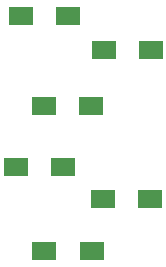
<source format=gbp>
G04 #@! TF.GenerationSoftware,KiCad,Pcbnew,(5.1.2)-2*
G04 #@! TF.CreationDate,2019-07-07T18:05:40+09:00*
G04 #@! TF.ProjectId,PmodICSIF,506d6f64-4943-4534-9946-2e6b69636164,rev?*
G04 #@! TF.SameCoordinates,Original*
G04 #@! TF.FileFunction,Paste,Bot*
G04 #@! TF.FilePolarity,Positive*
%FSLAX46Y46*%
G04 Gerber Fmt 4.6, Leading zero omitted, Abs format (unit mm)*
G04 Created by KiCad (PCBNEW (5.1.2)-2) date 2019-07-07 18:05:40*
%MOMM*%
%LPD*%
G04 APERTURE LIST*
%ADD10R,2.000000X1.600000*%
G04 APERTURE END LIST*
D10*
X83757000Y-90805000D03*
X87757000Y-90805000D03*
X88201000Y-77978000D03*
X84201000Y-77978000D03*
X91123000Y-93472000D03*
X95123000Y-93472000D03*
X95186000Y-80899000D03*
X91186000Y-80899000D03*
X86170000Y-97917000D03*
X90170000Y-97917000D03*
X90106000Y-85598000D03*
X86106000Y-85598000D03*
M02*

</source>
